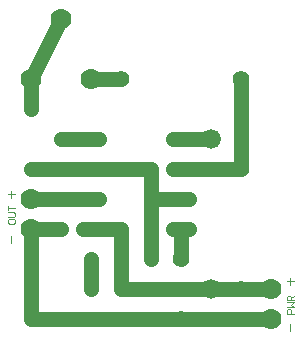
<source format=gbl>
G75*
%MOIN*%
%OFA0B0*%
%FSLAX25Y25*%
%IPPOS*%
%LPD*%
%AMOC8*
5,1,8,0,0,1.08239X$1,22.5*
%
%ADD10C,0.05543*%
%ADD11C,0.07000*%
%ADD12C,0.00300*%
%ADD13C,0.00200*%
%ADD14C,0.05150*%
%ADD15C,0.05000*%
%ADD16C,0.03100*%
%ADD17C,0.06600*%
D10*
X0071000Y0011000D03*
X0071000Y0031000D03*
X0091000Y0021000D03*
X0091000Y0061000D03*
X0091000Y0091000D03*
X0051000Y0091000D03*
D11*
X0041000Y0091000D03*
X0031000Y0111000D03*
X0021000Y0091000D03*
X0021000Y0051000D03*
X0021000Y0041000D03*
X0101000Y0021000D03*
X0101000Y0011000D03*
D12*
X0107498Y0009277D02*
X0107498Y0006808D01*
X0107498Y0022308D02*
X0107498Y0024777D01*
X0106264Y0023543D02*
X0108733Y0023543D01*
X0015733Y0052543D02*
X0013264Y0052543D01*
X0014498Y0051308D02*
X0014498Y0053777D01*
X0014498Y0038777D02*
X0014498Y0036308D01*
D13*
X0013765Y0042785D02*
X0015233Y0042785D01*
X0015600Y0043152D01*
X0015600Y0043886D01*
X0015233Y0044253D01*
X0013765Y0044253D01*
X0013398Y0043886D01*
X0013398Y0043152D01*
X0013765Y0042785D01*
X0013398Y0044995D02*
X0015233Y0044995D01*
X0015600Y0045362D01*
X0015600Y0046096D01*
X0015233Y0046463D01*
X0013398Y0046463D01*
X0013398Y0047205D02*
X0013398Y0048673D01*
X0013398Y0047939D02*
X0015600Y0047939D01*
X0106398Y0018306D02*
X0106398Y0017205D01*
X0108600Y0017205D01*
X0107866Y0017205D02*
X0107866Y0018306D01*
X0107499Y0018673D01*
X0106765Y0018673D01*
X0106398Y0018306D01*
X0107866Y0017939D02*
X0108600Y0018673D01*
X0108600Y0016463D02*
X0106398Y0016463D01*
X0106398Y0014995D02*
X0108600Y0014995D01*
X0107866Y0015729D01*
X0108600Y0016463D01*
X0107499Y0014253D02*
X0106765Y0014253D01*
X0106398Y0013886D01*
X0106398Y0012785D01*
X0108600Y0012785D01*
X0107866Y0012785D02*
X0107866Y0013886D01*
X0107499Y0014253D01*
D14*
X0073575Y0041000D02*
X0068425Y0041000D01*
X0068425Y0051000D02*
X0073575Y0051000D01*
X0073575Y0061000D02*
X0068425Y0061000D01*
X0068425Y0071000D02*
X0073575Y0071000D01*
X0043575Y0071000D02*
X0038425Y0071000D01*
X0038425Y0061000D02*
X0043575Y0061000D01*
X0043575Y0051000D02*
X0038425Y0051000D01*
X0038425Y0041000D02*
X0043575Y0041000D01*
D15*
X0021000Y0011000D02*
X0071000Y0011000D01*
X0101000Y0011000D01*
X0101000Y0021000D02*
X0091000Y0021000D01*
X0081000Y0021000D01*
X0051000Y0021000D01*
X0051000Y0041000D01*
X0041000Y0041000D01*
X0041000Y0031000D02*
X0041000Y0021000D01*
X0031000Y0041000D02*
X0021000Y0041000D01*
X0021000Y0021000D01*
X0021000Y0011000D01*
X0021000Y0051000D02*
X0041000Y0051000D01*
X0041000Y0061000D02*
X0021000Y0061000D01*
X0031000Y0071000D02*
X0041000Y0071000D01*
X0041000Y0061000D02*
X0061000Y0061000D01*
X0061000Y0051000D01*
X0061000Y0031000D01*
X0071000Y0031000D02*
X0071000Y0041000D01*
X0071000Y0051000D02*
X0061000Y0051000D01*
X0071000Y0061000D02*
X0091000Y0061000D01*
X0091000Y0091000D01*
X0081000Y0071000D02*
X0071000Y0071000D01*
X0051000Y0091000D02*
X0041000Y0091000D01*
X0021000Y0091000D02*
X0031000Y0111000D01*
X0021000Y0091000D02*
X0021000Y0081000D01*
D16*
X0021000Y0081000D03*
X0031000Y0071000D03*
X0021000Y0061000D03*
X0031000Y0041000D03*
X0041000Y0031000D03*
X0061000Y0031000D03*
D17*
X0081000Y0021000D03*
X0081000Y0071000D03*
M02*

</source>
